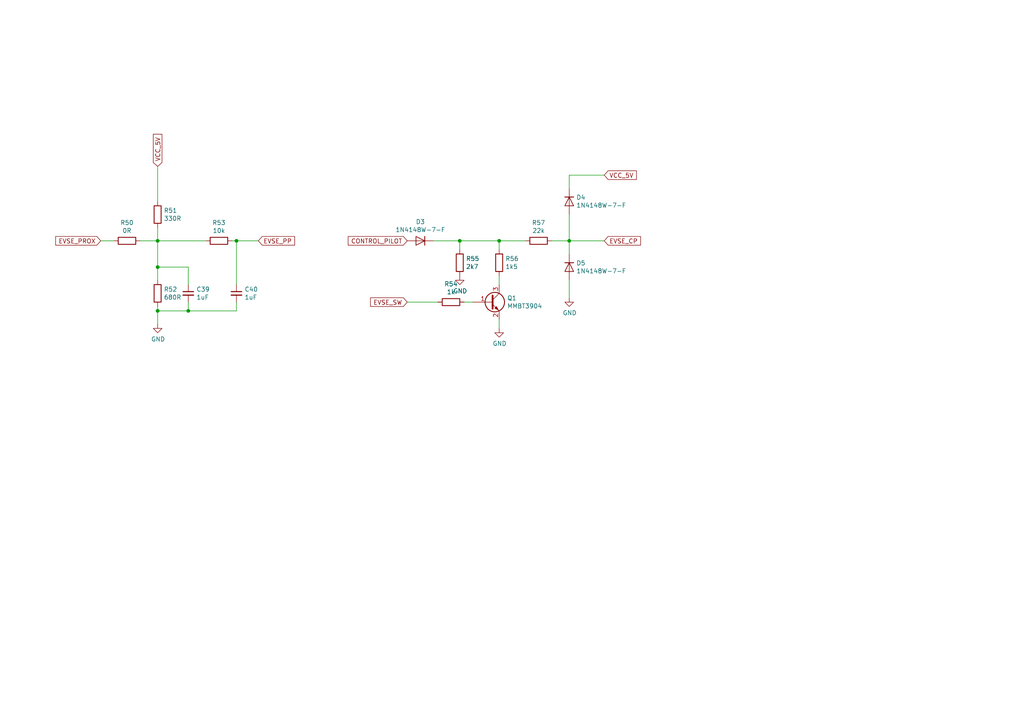
<source format=kicad_sch>
(kicad_sch (version 20211123) (generator eeschema)
  (paper "A4")
  (lib_symbols
    (symbol "auris-rescue:1N4148W-Diode" (pin_numbers hide) (pin_names (offset 1.016) hide)
      (property "Reference" "D" (at 0 2.54 0))
      (property "Value" "1N4148W-Diode" (at 0 -2.54 0))
      (symbol "1N4148W-Diode_0_1"
        (polyline (pts (xy -1.27 1.27) (xy -1.27 -1.27)) (stroke (width 0.254)))
        (polyline (pts (xy 1.27 0) (xy -1.27 0)))
        (polyline (pts (xy 1.27 1.27) (xy 1.27 -1.27) (xy -1.27 0) (xy 1.27 1.27)) (stroke (width 0.2032)))
      )
      (symbol "1N4148W-Diode_1_1"
        (pin passive line (at -3.81 0 0) (length 2.54) (name "K") (number "1"))
        (pin passive line (at 3.81 0 180) (length 2.54) (name "A") (number "2"))
      )
    )
    (symbol "auris-rescue:C_Small-Device" (pin_numbers hide) (pin_names (offset 0.254) hide)
      (property "Reference" "C" (at 0.254 1.778 0))
      (property "Value" "C_Small-Device" (at 0.254 -2.032 0))
      (symbol "C_Small-Device_0_1"
        (polyline (pts (xy -1.524 -0.508) (xy 1.524 -0.508)) (stroke (width 0.3302)))
        (polyline (pts (xy -1.524 0.508) (xy 1.524 0.508)) (stroke (width 0.3048)))
      )
      (symbol "C_Small-Device_1_1"
        (pin passive line (at 0 2.54 270) (length 2.032) (name "~") (number "1"))
        (pin passive line (at 0 -2.54 90) (length 2.032) (name "~") (number "2"))
      )
    )
    (symbol "auris-rescue:GND-power" (power) (pin_names (offset 0))
      (property "Value" "GND-power" (at 0 -3.81 0))
      (symbol "GND-power_0_1"
        (polyline (pts (xy 0 0) (xy 0 -1.27) (xy 1.27 -1.27) (xy 0 -2.54) (xy -1.27 -1.27) (xy 0 -1.27)))
      )
      (symbol "GND-power_1_1"
        (pin power_in line (at 0 0 270) (length 0) hide (name "GND") (number "1"))
      )
    )
    (symbol "auris-rescue:MMBT3904-Transistor_BJT" (pin_names (offset 0) hide)
      (property "Reference" "Q" (at 5.08 1.905 0))
      (property "Value" "MMBT3904-Transistor_BJT" (at 5.08 0 0))
      (symbol "MMBT3904-Transistor_BJT_0_1"
        (polyline (pts (xy 0.635 0.635) (xy 2.54 2.54)))
        (polyline (pts (xy 0.635 -0.635) (xy 2.54 -2.54) (xy 2.54 -2.54)))
        (polyline (pts (xy 0.635 1.905) (xy 0.635 -1.905) (xy 0.635 -1.905)) (stroke (width 0.508)))
        (polyline (pts (xy 1.27 -1.778) (xy 1.778 -1.27) (xy 2.286 -2.286) (xy 1.27 -1.778) (xy 1.27 -1.778)) (fill (type outline)))
        (circle (center 1.27 0) (radius 2.8194) (stroke (width 0.254)))
      )
      (symbol "MMBT3904-Transistor_BJT_1_1"
        (pin input line (at -5.08 0 0) (length 5.715) (name "B") (number "1"))
        (pin passive line (at 2.54 -5.08 90) (length 2.54) (name "E") (number "2"))
        (pin passive line (at 2.54 5.08 270) (length 2.54) (name "C") (number "3"))
      )
    )
    (symbol "auris-rescue:R-Device" (pin_numbers hide) (pin_names (offset 0))
      (property "Reference" "R" (at 2.032 0 90))
      (property "Value" "R-Device" (at 0 0 90))
      (symbol "R-Device_0_1"
        (rectangle (start -1.016 -2.54) (end 1.016 2.54) (stroke (width 0.254)))
      )
      (symbol "R-Device_1_1"
        (pin passive line (at 0 3.81 270) (length 1.27) (name "~") (number "1"))
        (pin passive line (at 0 -3.81 90) (length 1.27) (name "~") (number "2"))
      )
    )
  )
  (junction (at 45.72 69.85))
  (junction (at 45.72 77.47))
  (junction (at 68.58 69.85))
  (junction (at 133.35 69.85))
  (junction (at 54.61 90.17))
  (junction (at 144.78 69.85))
  (junction (at 45.72 90.17))
  (junction (at 165.1 69.85))
  (wire (pts (xy 165.1 69.85) (xy 175.26 69.85)))
  (wire (pts (xy 144.78 80.01) (xy 144.78 82.55)))
  (wire (pts (xy 127 87.63) (xy 118.11 87.63)))
  (wire (pts (xy 144.78 69.85) (xy 144.78 72.39)))
  (wire (pts (xy 68.58 90.17) (xy 54.61 90.17)))
  (wire (pts (xy 144.78 69.85) (xy 152.4 69.85)))
  (wire (pts (xy 68.58 69.85) (xy 68.58 82.55)))
  (wire (pts (xy 160.02 69.85) (xy 165.1 69.85)))
  (wire (pts (xy 54.61 90.17) (xy 45.72 90.17)))
  (wire (pts (xy 137.16 87.63) (xy 134.62 87.63)))
  (wire (pts (xy 45.72 88.9) (xy 45.72 90.17)))
  (wire (pts (xy 133.35 69.85) (xy 133.35 72.39)))
  (wire (pts (xy 45.72 77.47) (xy 45.72 81.28)))
  (wire (pts (xy 144.78 92.71) (xy 144.78 95.25)))
  (wire (pts (xy 45.72 69.85) (xy 45.72 77.47)))
  (wire (pts (xy 40.64 69.85) (xy 45.72 69.85)))
  (wire (pts (xy 45.72 66.04) (xy 45.72 69.85)))
  (wire (pts (xy 175.26 50.8) (xy 165.1 50.8)))
  (wire (pts (xy 54.61 87.63) (xy 54.61 90.17)))
  (wire (pts (xy 45.72 90.17) (xy 45.72 93.98)))
  (wire (pts (xy 45.72 69.85) (xy 59.69 69.85)))
  (wire (pts (xy 165.1 50.8) (xy 165.1 54.61)))
  (wire (pts (xy 68.58 69.85) (xy 67.31 69.85)))
  (wire (pts (xy 74.93 69.85) (xy 68.58 69.85)))
  (wire (pts (xy 45.72 77.47) (xy 54.61 77.47)))
  (wire (pts (xy 165.1 69.85) (xy 165.1 73.66)))
  (wire (pts (xy 45.72 48.26) (xy 45.72 58.42)))
  (wire (pts (xy 165.1 69.85) (xy 165.1 62.23)))
  (wire (pts (xy 29.21 69.85) (xy 33.02 69.85)))
  (wire (pts (xy 68.58 87.63) (xy 68.58 90.17)))
  (wire (pts (xy 125.73 69.85) (xy 133.35 69.85)))
  (wire (pts (xy 133.35 69.85) (xy 144.78 69.85)))
  (wire (pts (xy 54.61 77.47) (xy 54.61 82.55)))
  (wire (pts (xy 165.1 81.28) (xy 165.1 86.36)))
  (global_label "EVSE_PROX" (shape input) (at 29.21 69.85 180) (property "Обозначения листов" "${INTERSHEET_REFS}" (effects hide)))
  (global_label "VCC_5V" (shape input) (at 45.72 48.26 90) (property "Обозначения листов" "${INTERSHEET_REFS}" (effects hide)))
  (global_label "VCC_5V" (shape input) (at 175.26 50.8 0) (property "Обозначения листов" "${INTERSHEET_REFS}" (effects hide)))
  (global_label "EVSE_SW" (shape input) (at 118.11 87.63 180) (property "Обозначения листов" "${INTERSHEET_REFS}" (effects hide)))
  (global_label "EVSE_CP" (shape input) (at 175.26 69.85 0) (property "Обозначения листов" "${INTERSHEET_REFS}" (effects hide)))
  (global_label "EVSE_PP" (shape input) (at 74.93 69.85 0) (property "Обозначения листов" "${INTERSHEET_REFS}" (effects hide)))
  (global_label "CONTROL_PILOT" (shape input) (at 118.11 69.85 180) (property "Обозначения листов" "${INTERSHEET_REFS}" (effects hide)))
  (symbol (lib_id "auris-rescue:MMBT3904-Transistor_BJT") (at 142.24 87.63 0) (unit 1)
    (property "Reference" "Q1" (at 147.0914 86.4616 0) (effects (justify left)))
    (property "Value" "MMBT3904" (at 147.0914 88.773 0) (effects (justify left)))
    (property "Footprint" "Package_TO_SOT_SMD:SOT-23" (effects hide))
    (property "Datasheet" "https://www.fairchildsemi.com/datasheets/2N/2N3904.pdf" (effects hide))
  )
  (symbol (lib_id "auris-rescue:R-Device") (at 45.72 62.23 180) (unit 1)
    (property "Reference" "R51" (at 47.498 61.0616 0) (effects (justify right)))
    (property "Value" "330R" (at 47.498 63.373 0) (effects (justify right)))
    (property "Footprint" "Resistor_SMD:R_0805_2012Metric" (effects hide))
  )
  (symbol (lib_id "auris-rescue:C_Small-Device") (at 54.61 85.09 0) (unit 1)
    (property "Reference" "C39" (at 56.9468 83.9216 0) (effects (justify left)))
    (property "Value" "1uF" (at 56.9468 86.233 0) (effects (justify left)))
    (property "Footprint" "Capacitor_SMD:C_0805_2012Metric" (effects hide))
  )
  (symbol (lib_id "auris-rescue:GND-power") (at 45.72 93.98 0) (unit 1)
    (property "Reference" "#PWR0151" (effects hide))
    (property "Value" "GND" (at 45.847 98.3742 0))
  )
  (symbol (lib_id "auris-rescue:R-Device") (at 133.35 76.2 180) (unit 1)
    (property "Reference" "R55" (at 135.128 75.0316 0) (effects (justify right)))
    (property "Value" "2k7" (at 135.128 77.343 0) (effects (justify right)))
    (property "Footprint" "Resistor_SMD:R_0805_2012Metric" (effects hide))
  )
  (symbol (lib_id "auris-rescue:R-Device") (at 63.5 69.85 90) (unit 1)
    (property "Reference" "R53" (at 63.5 64.5922 90))
    (property "Value" "10k" (at 63.5 66.9036 90))
    (property "Footprint" "Resistor_SMD:R_0805_2012Metric" (effects hide))
  )
  (symbol (lib_id "auris-rescue:R-Device") (at 36.83 69.85 90) (unit 1)
    (property "Reference" "R50" (at 36.83 64.5922 90))
    (property "Value" "0R" (at 36.83 66.9036 90))
    (property "Footprint" "Resistor_SMD:R_0805_2012Metric" (effects hide))
  )
  (symbol (lib_id "auris-rescue:R-Device") (at 45.72 85.09 0) (unit 1)
    (property "Reference" "R52" (at 47.498 83.9216 0) (effects (justify left)))
    (property "Value" "680R" (at 47.498 86.233 0) (effects (justify left)))
    (property "Footprint" "Resistor_SMD:R_0805_2012Metric" (effects hide))
  )
  (symbol (lib_id "auris-rescue:C_Small-Device") (at 68.58 85.09 0) (unit 1)
    (property "Reference" "C40" (at 70.9168 83.9216 0) (effects (justify left)))
    (property "Value" "1uF" (at 70.9168 86.233 0) (effects (justify left)))
    (property "Footprint" "Capacitor_SMD:C_0805_2012Metric" (effects hide))
  )
  (symbol (lib_id "auris-rescue:R-Device") (at 144.78 76.2 180) (unit 1)
    (property "Reference" "R56" (at 146.558 75.0316 0) (effects (justify right)))
    (property "Value" "1k5" (at 146.558 77.343 0) (effects (justify right)))
    (property "Footprint" "Resistor_SMD:R_0805_2012Metric" (effects hide))
  )
  (symbol (lib_id "auris-rescue:R-Device") (at 130.81 87.63 90) (unit 1)
    (property "Reference" "R54" (at 130.81 82.3722 90))
    (property "Value" "1k" (at 130.81 84.6836 90))
    (property "Footprint" "Resistor_SMD:R_0805_2012Metric" (effects hide))
  )
  (symbol (lib_id "auris-rescue:R-Device") (at 156.21 69.85 90) (unit 1)
    (property "Reference" "R57" (at 156.21 64.5922 90))
    (property "Value" "22k" (at 156.21 66.9036 90))
    (property "Footprint" "Resistor_SMD:R_0805_2012Metric" (effects hide))
  )
  (symbol (lib_id "auris-rescue:GND-power") (at 165.1 86.36 0) (unit 1)
    (property "Reference" "#PWR0152" (effects hide))
    (property "Value" "GND" (at 165.227 90.7542 0))
  )
  (symbol (lib_id "auris-rescue:GND-power") (at 144.78 95.25 0) (unit 1)
    (property "Reference" "#PWR0153" (effects hide))
    (property "Value" "GND" (at 144.907 99.6442 0))
  )
  (symbol (lib_id "auris-rescue:GND-power") (at 133.35 80.01 0) (unit 1)
    (property "Reference" "#PWR0154" (effects hide))
    (property "Value" "GND" (at 133.477 84.4042 0))
  )
  (symbol (lib_id "auris-rescue:1N4148W-Diode") (at 165.1 58.42 270) (unit 1)
    (property "Reference" "D4" (at 167.132 57.2516 90) (effects (justify left)))
    (property "Value" "1N4148W-7-F" (at 167.132 59.563 90) (effects (justify left)))
    (property "Footprint" "Diode_SMD:D_SOD-123" (effects hide))
    (property "Datasheet" "https://www.vishay.com/docs/85748/1n4148w.pdf" (effects hide))
  )
  (symbol (lib_id "auris-rescue:1N4148W-Diode") (at 165.1 77.47 270) (unit 1)
    (property "Reference" "D5" (at 167.132 76.3016 90) (effects (justify left)))
    (property "Value" "1N4148W-7-F" (at 167.132 78.613 90) (effects (justify left)))
    (property "Footprint" "Diode_SMD:D_SOD-123" (effects hide))
    (property "Datasheet" "https://www.vishay.com/docs/85748/1n4148w.pdf" (effects hide))
  )
  (symbol (lib_id "auris-rescue:1N4148W-Diode") (at 121.92 69.85 180) (unit 1)
    (property "Reference" "D3" (at 121.92 64.3382 0))
    (property "Value" "1N4148W-7-F" (at 121.92 66.6496 0))
    (property "Footprint" "Diode_SMD:D_SOD-123" (effects hide))
    (property "Datasheet" "https://www.vishay.com/docs/85748/1n4148w.pdf" (effects hide))
  )
)
</source>
